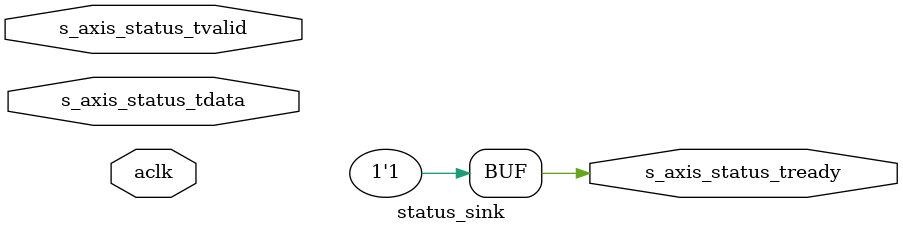
<source format=v>
`timescale 1ns / 1ps


module status_sink
#(
    parameter WIDTH = 24
)
(
    input [WIDTH-1:0] s_axis_status_tdata,
    input s_axis_status_tvalid,
    output s_axis_status_tready,
    input aclk
    );
    
    assign s_axis_status_tready = 1'b1;
endmodule

</source>
